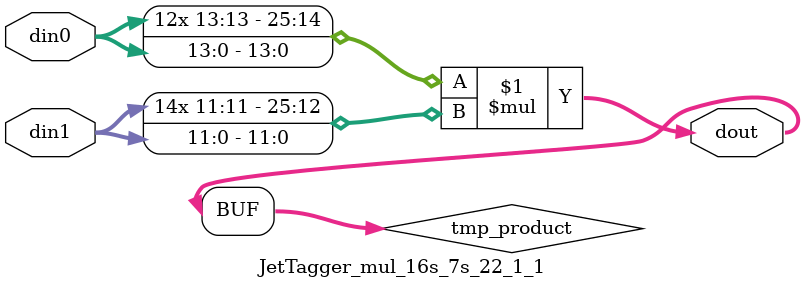
<source format=v>

`timescale 1 ns / 1 ps

  module JetTagger_mul_16s_7s_22_1_1(din0, din1, dout);
parameter ID = 1;
parameter NUM_STAGE = 0;
parameter din0_WIDTH = 14;
parameter din1_WIDTH = 12;
parameter dout_WIDTH = 26;

input [din0_WIDTH - 1 : 0] din0; 
input [din1_WIDTH - 1 : 0] din1; 
output [dout_WIDTH - 1 : 0] dout;

wire signed [dout_WIDTH - 1 : 0] tmp_product;













assign tmp_product = $signed(din0) * $signed(din1);








assign dout = tmp_product;







endmodule

</source>
